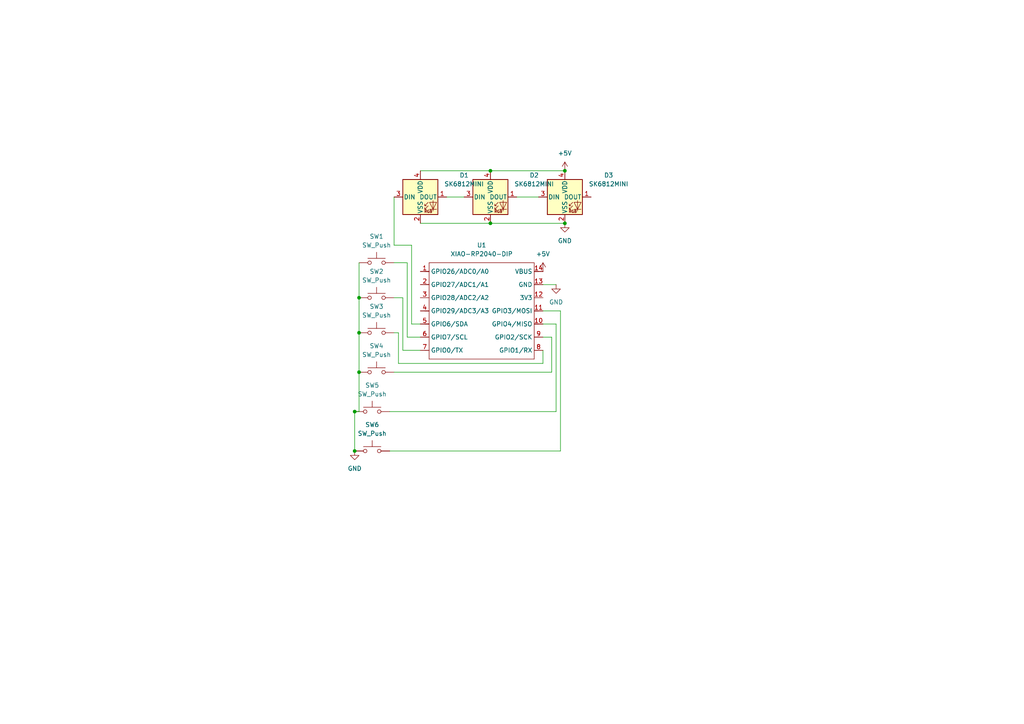
<source format=kicad_sch>
(kicad_sch
	(version 20231120)
	(generator "eeschema")
	(generator_version "8.0")
	(uuid "e4f74ced-f8ba-4838-917b-bfddf8be964c")
	(paper "A4")
	(lib_symbols
		(symbol "LED:SK6812MINI"
			(pin_names
				(offset 0.254)
			)
			(exclude_from_sim no)
			(in_bom yes)
			(on_board yes)
			(property "Reference" "D"
				(at 5.08 5.715 0)
				(effects
					(font
						(size 1.27 1.27)
					)
					(justify right bottom)
				)
			)
			(property "Value" "SK6812MINI"
				(at 1.27 -5.715 0)
				(effects
					(font
						(size 1.27 1.27)
					)
					(justify left top)
				)
			)
			(property "Footprint" "LED_SMD:LED_SK6812MINI_PLCC4_3.5x3.5mm_P1.75mm"
				(at 1.27 -7.62 0)
				(effects
					(font
						(size 1.27 1.27)
					)
					(justify left top)
					(hide yes)
				)
			)
			(property "Datasheet" "https://cdn-shop.adafruit.com/product-files/2686/SK6812MINI_REV.01-1-2.pdf"
				(at 2.54 -9.525 0)
				(effects
					(font
						(size 1.27 1.27)
					)
					(justify left top)
					(hide yes)
				)
			)
			(property "Description" "RGB LED with integrated controller"
				(at 0 0 0)
				(effects
					(font
						(size 1.27 1.27)
					)
					(hide yes)
				)
			)
			(property "ki_keywords" "RGB LED NeoPixel Mini addressable"
				(at 0 0 0)
				(effects
					(font
						(size 1.27 1.27)
					)
					(hide yes)
				)
			)
			(property "ki_fp_filters" "LED*SK6812MINI*PLCC*3.5x3.5mm*P1.75mm*"
				(at 0 0 0)
				(effects
					(font
						(size 1.27 1.27)
					)
					(hide yes)
				)
			)
			(symbol "SK6812MINI_0_0"
				(text "RGB"
					(at 2.286 -4.191 0)
					(effects
						(font
							(size 0.762 0.762)
						)
					)
				)
			)
			(symbol "SK6812MINI_0_1"
				(polyline
					(pts
						(xy 1.27 -3.556) (xy 1.778 -3.556)
					)
					(stroke
						(width 0)
						(type default)
					)
					(fill
						(type none)
					)
				)
				(polyline
					(pts
						(xy 1.27 -2.54) (xy 1.778 -2.54)
					)
					(stroke
						(width 0)
						(type default)
					)
					(fill
						(type none)
					)
				)
				(polyline
					(pts
						(xy 4.699 -3.556) (xy 2.667 -3.556)
					)
					(stroke
						(width 0)
						(type default)
					)
					(fill
						(type none)
					)
				)
				(polyline
					(pts
						(xy 2.286 -2.54) (xy 1.27 -3.556) (xy 1.27 -3.048)
					)
					(stroke
						(width 0)
						(type default)
					)
					(fill
						(type none)
					)
				)
				(polyline
					(pts
						(xy 2.286 -1.524) (xy 1.27 -2.54) (xy 1.27 -2.032)
					)
					(stroke
						(width 0)
						(type default)
					)
					(fill
						(type none)
					)
				)
				(polyline
					(pts
						(xy 3.683 -1.016) (xy 3.683 -3.556) (xy 3.683 -4.064)
					)
					(stroke
						(width 0)
						(type default)
					)
					(fill
						(type none)
					)
				)
				(polyline
					(pts
						(xy 4.699 -1.524) (xy 2.667 -1.524) (xy 3.683 -3.556) (xy 4.699 -1.524)
					)
					(stroke
						(width 0)
						(type default)
					)
					(fill
						(type none)
					)
				)
				(rectangle
					(start 5.08 5.08)
					(end -5.08 -5.08)
					(stroke
						(width 0.254)
						(type default)
					)
					(fill
						(type background)
					)
				)
			)
			(symbol "SK6812MINI_1_1"
				(pin output line
					(at 7.62 0 180)
					(length 2.54)
					(name "DOUT"
						(effects
							(font
								(size 1.27 1.27)
							)
						)
					)
					(number "1"
						(effects
							(font
								(size 1.27 1.27)
							)
						)
					)
				)
				(pin power_in line
					(at 0 -7.62 90)
					(length 2.54)
					(name "VSS"
						(effects
							(font
								(size 1.27 1.27)
							)
						)
					)
					(number "2"
						(effects
							(font
								(size 1.27 1.27)
							)
						)
					)
				)
				(pin input line
					(at -7.62 0 0)
					(length 2.54)
					(name "DIN"
						(effects
							(font
								(size 1.27 1.27)
							)
						)
					)
					(number "3"
						(effects
							(font
								(size 1.27 1.27)
							)
						)
					)
				)
				(pin power_in line
					(at 0 7.62 270)
					(length 2.54)
					(name "VDD"
						(effects
							(font
								(size 1.27 1.27)
							)
						)
					)
					(number "4"
						(effects
							(font
								(size 1.27 1.27)
							)
						)
					)
				)
			)
		)
		(symbol "OPL:XIAO-RP2040-DIP"
			(exclude_from_sim no)
			(in_bom yes)
			(on_board yes)
			(property "Reference" "U"
				(at 0 0 0)
				(effects
					(font
						(size 1.27 1.27)
					)
				)
			)
			(property "Value" "XIAO-RP2040-DIP"
				(at 5.334 -1.778 0)
				(effects
					(font
						(size 1.27 1.27)
					)
				)
			)
			(property "Footprint" "Module:MOUDLE14P-XIAO-DIP-SMD"
				(at 14.478 -32.258 0)
				(effects
					(font
						(size 1.27 1.27)
					)
					(hide yes)
				)
			)
			(property "Datasheet" ""
				(at 0 0 0)
				(effects
					(font
						(size 1.27 1.27)
					)
					(hide yes)
				)
			)
			(property "Description" ""
				(at 0 0 0)
				(effects
					(font
						(size 1.27 1.27)
					)
					(hide yes)
				)
			)
			(symbol "XIAO-RP2040-DIP_1_0"
				(polyline
					(pts
						(xy -1.27 -30.48) (xy -1.27 -16.51)
					)
					(stroke
						(width 0.1524)
						(type solid)
					)
					(fill
						(type none)
					)
				)
				(polyline
					(pts
						(xy -1.27 -27.94) (xy -2.54 -27.94)
					)
					(stroke
						(width 0.1524)
						(type solid)
					)
					(fill
						(type none)
					)
				)
				(polyline
					(pts
						(xy -1.27 -24.13) (xy -2.54 -24.13)
					)
					(stroke
						(width 0.1524)
						(type solid)
					)
					(fill
						(type none)
					)
				)
				(polyline
					(pts
						(xy -1.27 -20.32) (xy -2.54 -20.32)
					)
					(stroke
						(width 0.1524)
						(type solid)
					)
					(fill
						(type none)
					)
				)
				(polyline
					(pts
						(xy -1.27 -16.51) (xy -2.54 -16.51)
					)
					(stroke
						(width 0.1524)
						(type solid)
					)
					(fill
						(type none)
					)
				)
				(polyline
					(pts
						(xy -1.27 -16.51) (xy -1.27 -12.7)
					)
					(stroke
						(width 0.1524)
						(type solid)
					)
					(fill
						(type none)
					)
				)
				(polyline
					(pts
						(xy -1.27 -12.7) (xy -2.54 -12.7)
					)
					(stroke
						(width 0.1524)
						(type solid)
					)
					(fill
						(type none)
					)
				)
				(polyline
					(pts
						(xy -1.27 -12.7) (xy -1.27 -8.89)
					)
					(stroke
						(width 0.1524)
						(type solid)
					)
					(fill
						(type none)
					)
				)
				(polyline
					(pts
						(xy -1.27 -8.89) (xy -2.54 -8.89)
					)
					(stroke
						(width 0.1524)
						(type solid)
					)
					(fill
						(type none)
					)
				)
				(polyline
					(pts
						(xy -1.27 -8.89) (xy -1.27 -5.08)
					)
					(stroke
						(width 0.1524)
						(type solid)
					)
					(fill
						(type none)
					)
				)
				(polyline
					(pts
						(xy -1.27 -5.08) (xy -2.54 -5.08)
					)
					(stroke
						(width 0.1524)
						(type solid)
					)
					(fill
						(type none)
					)
				)
				(polyline
					(pts
						(xy -1.27 -5.08) (xy -1.27 -2.54)
					)
					(stroke
						(width 0.1524)
						(type solid)
					)
					(fill
						(type none)
					)
				)
				(polyline
					(pts
						(xy -1.27 -2.54) (xy 29.21 -2.54)
					)
					(stroke
						(width 0.1524)
						(type solid)
					)
					(fill
						(type none)
					)
				)
				(polyline
					(pts
						(xy 29.21 -30.48) (xy -1.27 -30.48)
					)
					(stroke
						(width 0.1524)
						(type solid)
					)
					(fill
						(type none)
					)
				)
				(polyline
					(pts
						(xy 29.21 -12.7) (xy 29.21 -30.48)
					)
					(stroke
						(width 0.1524)
						(type solid)
					)
					(fill
						(type none)
					)
				)
				(polyline
					(pts
						(xy 29.21 -8.89) (xy 29.21 -12.7)
					)
					(stroke
						(width 0.1524)
						(type solid)
					)
					(fill
						(type none)
					)
				)
				(polyline
					(pts
						(xy 29.21 -5.08) (xy 29.21 -8.89)
					)
					(stroke
						(width 0.1524)
						(type solid)
					)
					(fill
						(type none)
					)
				)
				(polyline
					(pts
						(xy 29.21 -2.54) (xy 29.21 -5.08)
					)
					(stroke
						(width 0.1524)
						(type solid)
					)
					(fill
						(type none)
					)
				)
				(polyline
					(pts
						(xy 30.48 -27.94) (xy 29.21 -27.94)
					)
					(stroke
						(width 0.1524)
						(type solid)
					)
					(fill
						(type none)
					)
				)
				(polyline
					(pts
						(xy 30.48 -24.13) (xy 29.21 -24.13)
					)
					(stroke
						(width 0.1524)
						(type solid)
					)
					(fill
						(type none)
					)
				)
				(polyline
					(pts
						(xy 30.48 -20.32) (xy 29.21 -20.32)
					)
					(stroke
						(width 0.1524)
						(type solid)
					)
					(fill
						(type none)
					)
				)
				(polyline
					(pts
						(xy 30.48 -16.51) (xy 29.21 -16.51)
					)
					(stroke
						(width 0.1524)
						(type solid)
					)
					(fill
						(type none)
					)
				)
				(polyline
					(pts
						(xy 30.48 -12.7) (xy 29.21 -12.7)
					)
					(stroke
						(width 0.1524)
						(type solid)
					)
					(fill
						(type none)
					)
				)
				(polyline
					(pts
						(xy 30.48 -8.89) (xy 29.21 -8.89)
					)
					(stroke
						(width 0.1524)
						(type solid)
					)
					(fill
						(type none)
					)
				)
				(polyline
					(pts
						(xy 30.48 -5.08) (xy 29.21 -5.08)
					)
					(stroke
						(width 0.1524)
						(type solid)
					)
					(fill
						(type none)
					)
				)
				(pin passive line
					(at -3.81 -5.08 0)
					(length 2.54)
					(name "GPIO26/ADC0/A0"
						(effects
							(font
								(size 1.27 1.27)
							)
						)
					)
					(number "1"
						(effects
							(font
								(size 1.27 1.27)
							)
						)
					)
				)
				(pin passive line
					(at 31.75 -20.32 180)
					(length 2.54)
					(name "GPIO4/MISO"
						(effects
							(font
								(size 1.27 1.27)
							)
						)
					)
					(number "10"
						(effects
							(font
								(size 1.27 1.27)
							)
						)
					)
				)
				(pin passive line
					(at 31.75 -16.51 180)
					(length 2.54)
					(name "GPIO3/MOSI"
						(effects
							(font
								(size 1.27 1.27)
							)
						)
					)
					(number "11"
						(effects
							(font
								(size 1.27 1.27)
							)
						)
					)
				)
				(pin passive line
					(at 31.75 -12.7 180)
					(length 2.54)
					(name "3V3"
						(effects
							(font
								(size 1.27 1.27)
							)
						)
					)
					(number "12"
						(effects
							(font
								(size 1.27 1.27)
							)
						)
					)
				)
				(pin passive line
					(at 31.75 -8.89 180)
					(length 2.54)
					(name "GND"
						(effects
							(font
								(size 1.27 1.27)
							)
						)
					)
					(number "13"
						(effects
							(font
								(size 1.27 1.27)
							)
						)
					)
				)
				(pin passive line
					(at 31.75 -5.08 180)
					(length 2.54)
					(name "VBUS"
						(effects
							(font
								(size 1.27 1.27)
							)
						)
					)
					(number "14"
						(effects
							(font
								(size 1.27 1.27)
							)
						)
					)
				)
				(pin passive line
					(at -3.81 -8.89 0)
					(length 2.54)
					(name "GPIO27/ADC1/A1"
						(effects
							(font
								(size 1.27 1.27)
							)
						)
					)
					(number "2"
						(effects
							(font
								(size 1.27 1.27)
							)
						)
					)
				)
				(pin passive line
					(at -3.81 -12.7 0)
					(length 2.54)
					(name "GPIO28/ADC2/A2"
						(effects
							(font
								(size 1.27 1.27)
							)
						)
					)
					(number "3"
						(effects
							(font
								(size 1.27 1.27)
							)
						)
					)
				)
				(pin passive line
					(at -3.81 -16.51 0)
					(length 2.54)
					(name "GPIO29/ADC3/A3"
						(effects
							(font
								(size 1.27 1.27)
							)
						)
					)
					(number "4"
						(effects
							(font
								(size 1.27 1.27)
							)
						)
					)
				)
				(pin passive line
					(at -3.81 -20.32 0)
					(length 2.54)
					(name "GPIO6/SDA"
						(effects
							(font
								(size 1.27 1.27)
							)
						)
					)
					(number "5"
						(effects
							(font
								(size 1.27 1.27)
							)
						)
					)
				)
				(pin passive line
					(at -3.81 -24.13 0)
					(length 2.54)
					(name "GPIO7/SCL"
						(effects
							(font
								(size 1.27 1.27)
							)
						)
					)
					(number "6"
						(effects
							(font
								(size 1.27 1.27)
							)
						)
					)
				)
				(pin passive line
					(at -3.81 -27.94 0)
					(length 2.54)
					(name "GPIO0/TX"
						(effects
							(font
								(size 1.27 1.27)
							)
						)
					)
					(number "7"
						(effects
							(font
								(size 1.27 1.27)
							)
						)
					)
				)
				(pin passive line
					(at 31.75 -27.94 180)
					(length 2.54)
					(name "GPIO1/RX"
						(effects
							(font
								(size 1.27 1.27)
							)
						)
					)
					(number "8"
						(effects
							(font
								(size 1.27 1.27)
							)
						)
					)
				)
				(pin passive line
					(at 31.75 -24.13 180)
					(length 2.54)
					(name "GPIO2/SCK"
						(effects
							(font
								(size 1.27 1.27)
							)
						)
					)
					(number "9"
						(effects
							(font
								(size 1.27 1.27)
							)
						)
					)
				)
			)
		)
		(symbol "Switch:SW_Push"
			(pin_numbers hide)
			(pin_names
				(offset 1.016) hide)
			(exclude_from_sim no)
			(in_bom yes)
			(on_board yes)
			(property "Reference" "SW"
				(at 1.27 2.54 0)
				(effects
					(font
						(size 1.27 1.27)
					)
					(justify left)
				)
			)
			(property "Value" "SW_Push"
				(at 0 -1.524 0)
				(effects
					(font
						(size 1.27 1.27)
					)
				)
			)
			(property "Footprint" ""
				(at 0 5.08 0)
				(effects
					(font
						(size 1.27 1.27)
					)
					(hide yes)
				)
			)
			(property "Datasheet" "~"
				(at 0 5.08 0)
				(effects
					(font
						(size 1.27 1.27)
					)
					(hide yes)
				)
			)
			(property "Description" "Push button switch, generic, two pins"
				(at 0 0 0)
				(effects
					(font
						(size 1.27 1.27)
					)
					(hide yes)
				)
			)
			(property "ki_keywords" "switch normally-open pushbutton push-button"
				(at 0 0 0)
				(effects
					(font
						(size 1.27 1.27)
					)
					(hide yes)
				)
			)
			(symbol "SW_Push_0_1"
				(circle
					(center -2.032 0)
					(radius 0.508)
					(stroke
						(width 0)
						(type default)
					)
					(fill
						(type none)
					)
				)
				(polyline
					(pts
						(xy 0 1.27) (xy 0 3.048)
					)
					(stroke
						(width 0)
						(type default)
					)
					(fill
						(type none)
					)
				)
				(polyline
					(pts
						(xy 2.54 1.27) (xy -2.54 1.27)
					)
					(stroke
						(width 0)
						(type default)
					)
					(fill
						(type none)
					)
				)
				(circle
					(center 2.032 0)
					(radius 0.508)
					(stroke
						(width 0)
						(type default)
					)
					(fill
						(type none)
					)
				)
				(pin passive line
					(at -5.08 0 0)
					(length 2.54)
					(name "1"
						(effects
							(font
								(size 1.27 1.27)
							)
						)
					)
					(number "1"
						(effects
							(font
								(size 1.27 1.27)
							)
						)
					)
				)
				(pin passive line
					(at 5.08 0 180)
					(length 2.54)
					(name "2"
						(effects
							(font
								(size 1.27 1.27)
							)
						)
					)
					(number "2"
						(effects
							(font
								(size 1.27 1.27)
							)
						)
					)
				)
			)
		)
		(symbol "power:+5V"
			(power)
			(pin_numbers hide)
			(pin_names
				(offset 0) hide)
			(exclude_from_sim no)
			(in_bom yes)
			(on_board yes)
			(property "Reference" "#PWR"
				(at 0 -3.81 0)
				(effects
					(font
						(size 1.27 1.27)
					)
					(hide yes)
				)
			)
			(property "Value" "+5V"
				(at 0 3.556 0)
				(effects
					(font
						(size 1.27 1.27)
					)
				)
			)
			(property "Footprint" ""
				(at 0 0 0)
				(effects
					(font
						(size 1.27 1.27)
					)
					(hide yes)
				)
			)
			(property "Datasheet" ""
				(at 0 0 0)
				(effects
					(font
						(size 1.27 1.27)
					)
					(hide yes)
				)
			)
			(property "Description" "Power symbol creates a global label with name \"+5V\""
				(at 0 0 0)
				(effects
					(font
						(size 1.27 1.27)
					)
					(hide yes)
				)
			)
			(property "ki_keywords" "global power"
				(at 0 0 0)
				(effects
					(font
						(size 1.27 1.27)
					)
					(hide yes)
				)
			)
			(symbol "+5V_0_1"
				(polyline
					(pts
						(xy -0.762 1.27) (xy 0 2.54)
					)
					(stroke
						(width 0)
						(type default)
					)
					(fill
						(type none)
					)
				)
				(polyline
					(pts
						(xy 0 0) (xy 0 2.54)
					)
					(stroke
						(width 0)
						(type default)
					)
					(fill
						(type none)
					)
				)
				(polyline
					(pts
						(xy 0 2.54) (xy 0.762 1.27)
					)
					(stroke
						(width 0)
						(type default)
					)
					(fill
						(type none)
					)
				)
			)
			(symbol "+5V_1_1"
				(pin power_in line
					(at 0 0 90)
					(length 0)
					(name "~"
						(effects
							(font
								(size 1.27 1.27)
							)
						)
					)
					(number "1"
						(effects
							(font
								(size 1.27 1.27)
							)
						)
					)
				)
			)
		)
		(symbol "power:GND"
			(power)
			(pin_numbers hide)
			(pin_names
				(offset 0) hide)
			(exclude_from_sim no)
			(in_bom yes)
			(on_board yes)
			(property "Reference" "#PWR"
				(at 0 -6.35 0)
				(effects
					(font
						(size 1.27 1.27)
					)
					(hide yes)
				)
			)
			(property "Value" "GND"
				(at 0 -3.81 0)
				(effects
					(font
						(size 1.27 1.27)
					)
				)
			)
			(property "Footprint" ""
				(at 0 0 0)
				(effects
					(font
						(size 1.27 1.27)
					)
					(hide yes)
				)
			)
			(property "Datasheet" ""
				(at 0 0 0)
				(effects
					(font
						(size 1.27 1.27)
					)
					(hide yes)
				)
			)
			(property "Description" "Power symbol creates a global label with name \"GND\" , ground"
				(at 0 0 0)
				(effects
					(font
						(size 1.27 1.27)
					)
					(hide yes)
				)
			)
			(property "ki_keywords" "global power"
				(at 0 0 0)
				(effects
					(font
						(size 1.27 1.27)
					)
					(hide yes)
				)
			)
			(symbol "GND_0_1"
				(polyline
					(pts
						(xy 0 0) (xy 0 -1.27) (xy 1.27 -1.27) (xy 0 -2.54) (xy -1.27 -1.27) (xy 0 -1.27)
					)
					(stroke
						(width 0)
						(type default)
					)
					(fill
						(type none)
					)
				)
			)
			(symbol "GND_1_1"
				(pin power_in line
					(at 0 0 270)
					(length 0)
					(name "~"
						(effects
							(font
								(size 1.27 1.27)
							)
						)
					)
					(number "1"
						(effects
							(font
								(size 1.27 1.27)
							)
						)
					)
				)
			)
		)
	)
	(junction
		(at 102.87 130.81)
		(diameter 0)
		(color 0 0 0 0)
		(uuid "3b9d781f-dd13-49da-b8e1-e7a18290370f")
	)
	(junction
		(at 104.14 107.95)
		(diameter 0)
		(color 0 0 0 0)
		(uuid "6e1bedb2-a8e2-463e-b6dd-15371092bb0c")
	)
	(junction
		(at 142.24 49.53)
		(diameter 0)
		(color 0 0 0 0)
		(uuid "6ea09511-c580-40a7-ab4f-ee0f4131c591")
	)
	(junction
		(at 163.83 49.53)
		(diameter 0)
		(color 0 0 0 0)
		(uuid "76688cda-9262-4689-891b-dfe17b2703d9")
	)
	(junction
		(at 104.14 96.52)
		(diameter 0)
		(color 0 0 0 0)
		(uuid "7dc5ad91-737c-43c7-8615-2eecc010c1a3")
	)
	(junction
		(at 104.14 86.36)
		(diameter 0)
		(color 0 0 0 0)
		(uuid "88c12b33-aa15-4146-80fd-6b0967318245")
	)
	(junction
		(at 142.24 64.77)
		(diameter 0)
		(color 0 0 0 0)
		(uuid "bb9690df-e544-4cbd-81e5-d36518f7e9f5")
	)
	(junction
		(at 163.83 64.77)
		(diameter 0)
		(color 0 0 0 0)
		(uuid "c71c3c49-da01-4fe4-a6b3-350d50eaeca7")
	)
	(junction
		(at 102.87 119.38)
		(diameter 0)
		(color 0 0 0 0)
		(uuid "d220ab45-95af-4b73-93fc-fbe48f7afd2e")
	)
	(wire
		(pts
			(xy 162.56 90.17) (xy 157.48 90.17)
		)
		(stroke
			(width 0)
			(type default)
		)
		(uuid "03ea6c6e-0789-403c-927d-3aa025edaeea")
	)
	(wire
		(pts
			(xy 121.92 64.77) (xy 142.24 64.77)
		)
		(stroke
			(width 0)
			(type default)
		)
		(uuid "0a5436f2-91d6-4794-9915-b0493684fdc7")
	)
	(wire
		(pts
			(xy 121.92 49.53) (xy 142.24 49.53)
		)
		(stroke
			(width 0)
			(type default)
		)
		(uuid "1206938c-7d57-4ecd-ba58-4d5dc7b79e17")
	)
	(wire
		(pts
			(xy 114.3 107.95) (xy 160.02 107.95)
		)
		(stroke
			(width 0)
			(type default)
		)
		(uuid "1782d2b3-ac7a-400e-bde2-ebe06e2897e2")
	)
	(wire
		(pts
			(xy 114.3 57.15) (xy 114.3 71.12)
		)
		(stroke
			(width 0)
			(type default)
		)
		(uuid "1d8a7a8d-889a-45d6-9482-9b137250c7d8")
	)
	(wire
		(pts
			(xy 104.14 76.2) (xy 104.14 86.36)
		)
		(stroke
			(width 0)
			(type default)
		)
		(uuid "309899f9-247b-40db-9473-fbd4af6c0034")
	)
	(wire
		(pts
			(xy 113.03 119.38) (xy 161.29 119.38)
		)
		(stroke
			(width 0)
			(type default)
		)
		(uuid "311ebbbc-c4b8-4359-bf59-d6a4e16da0c3")
	)
	(wire
		(pts
			(xy 104.14 119.38) (xy 102.87 119.38)
		)
		(stroke
			(width 0)
			(type default)
		)
		(uuid "335c0e05-c1ae-4710-b40a-1f2c8ae8e117")
	)
	(wire
		(pts
			(xy 149.86 57.15) (xy 156.21 57.15)
		)
		(stroke
			(width 0)
			(type default)
		)
		(uuid "396e64c3-a728-4560-b89f-ff4daf86b3c5")
	)
	(wire
		(pts
			(xy 119.38 71.12) (xy 119.38 93.98)
		)
		(stroke
			(width 0)
			(type default)
		)
		(uuid "40a34e27-3feb-4ec8-b9f1-aa2c11232b12")
	)
	(wire
		(pts
			(xy 119.38 93.98) (xy 121.92 93.98)
		)
		(stroke
			(width 0)
			(type default)
		)
		(uuid "4c68e85a-6bca-4237-9196-193d271c4b53")
	)
	(wire
		(pts
			(xy 129.54 57.15) (xy 134.62 57.15)
		)
		(stroke
			(width 0)
			(type default)
		)
		(uuid "4f6f391c-6d8a-433f-9b03-c3527aa02b12")
	)
	(wire
		(pts
			(xy 161.29 119.38) (xy 161.29 93.98)
		)
		(stroke
			(width 0)
			(type default)
		)
		(uuid "5e808661-5cba-4bff-bea1-334f63bcfd4b")
	)
	(wire
		(pts
			(xy 160.02 97.79) (xy 157.48 97.79)
		)
		(stroke
			(width 0)
			(type default)
		)
		(uuid "600f4285-4506-4240-9157-bbea29658e24")
	)
	(wire
		(pts
			(xy 161.29 93.98) (xy 157.48 93.98)
		)
		(stroke
			(width 0)
			(type default)
		)
		(uuid "62d83053-674b-470a-a399-347b70dfa67f")
	)
	(wire
		(pts
			(xy 116.84 101.6) (xy 121.92 101.6)
		)
		(stroke
			(width 0)
			(type default)
		)
		(uuid "670ee950-7061-4a6c-8edb-a6629e305569")
	)
	(wire
		(pts
			(xy 115.57 96.52) (xy 115.57 105.41)
		)
		(stroke
			(width 0)
			(type default)
		)
		(uuid "6d594769-3418-4613-9b07-cde0ca6ec41e")
	)
	(wire
		(pts
			(xy 118.11 97.79) (xy 121.92 97.79)
		)
		(stroke
			(width 0)
			(type default)
		)
		(uuid "709a1bc0-e70c-4981-86b2-48b5824b9ae2")
	)
	(wire
		(pts
			(xy 104.14 96.52) (xy 104.14 107.95)
		)
		(stroke
			(width 0)
			(type default)
		)
		(uuid "71ba2ca5-fc0c-45cd-90ee-657a43ea7863")
	)
	(wire
		(pts
			(xy 114.3 71.12) (xy 119.38 71.12)
		)
		(stroke
			(width 0)
			(type default)
		)
		(uuid "73899528-bbd5-4eb3-a246-902a1ab3debe")
	)
	(wire
		(pts
			(xy 114.3 96.52) (xy 115.57 96.52)
		)
		(stroke
			(width 0)
			(type default)
		)
		(uuid "7a107206-3632-4ead-954c-c0c16fb7c30d")
	)
	(wire
		(pts
			(xy 142.24 64.77) (xy 163.83 64.77)
		)
		(stroke
			(width 0)
			(type default)
		)
		(uuid "8ac454a0-04ca-4bd4-9b42-86a207156be3")
	)
	(wire
		(pts
			(xy 116.84 86.36) (xy 116.84 101.6)
		)
		(stroke
			(width 0)
			(type default)
		)
		(uuid "8ad8e561-5b1a-425e-b36b-f1fb65144393")
	)
	(wire
		(pts
			(xy 118.11 76.2) (xy 118.11 97.79)
		)
		(stroke
			(width 0)
			(type default)
		)
		(uuid "92e457b6-14fc-4fff-a064-d63a5d0b7cd9")
	)
	(wire
		(pts
			(xy 142.24 49.53) (xy 163.83 49.53)
		)
		(stroke
			(width 0)
			(type default)
		)
		(uuid "9d09d6ed-2fc4-4de9-87a7-cd901ae7ec74")
	)
	(wire
		(pts
			(xy 115.57 105.41) (xy 157.48 105.41)
		)
		(stroke
			(width 0)
			(type default)
		)
		(uuid "a4acc895-4c16-487a-b5a7-059bebecf23b")
	)
	(wire
		(pts
			(xy 114.3 86.36) (xy 116.84 86.36)
		)
		(stroke
			(width 0)
			(type default)
		)
		(uuid "a61b4496-1b02-4877-8888-7f3466e591cd")
	)
	(wire
		(pts
			(xy 160.02 107.95) (xy 160.02 97.79)
		)
		(stroke
			(width 0)
			(type default)
		)
		(uuid "a6a35b97-da65-4e52-9048-87a823663bb4")
	)
	(wire
		(pts
			(xy 157.48 105.41) (xy 157.48 101.6)
		)
		(stroke
			(width 0)
			(type default)
		)
		(uuid "ac2c0919-7a3e-4497-8571-43ac367ffc77")
	)
	(wire
		(pts
			(xy 102.87 119.38) (xy 102.87 130.81)
		)
		(stroke
			(width 0)
			(type default)
		)
		(uuid "bdfa042a-c7e4-4d26-8b5e-b42c3fc67a01")
	)
	(wire
		(pts
			(xy 161.29 82.55) (xy 157.48 82.55)
		)
		(stroke
			(width 0)
			(type default)
		)
		(uuid "bf31c83a-721d-4d7c-b42e-84305a74c57e")
	)
	(wire
		(pts
			(xy 114.3 76.2) (xy 118.11 76.2)
		)
		(stroke
			(width 0)
			(type default)
		)
		(uuid "c2c3fd38-0853-4910-91cc-ea73c701a50f")
	)
	(wire
		(pts
			(xy 104.14 86.36) (xy 104.14 96.52)
		)
		(stroke
			(width 0)
			(type default)
		)
		(uuid "d14d23e3-c0d6-4a2a-b4c8-e85cb840b74e")
	)
	(wire
		(pts
			(xy 104.14 107.95) (xy 104.14 119.38)
		)
		(stroke
			(width 0)
			(type default)
		)
		(uuid "e33d87db-dbb7-4b36-b14a-ed399f77aa81")
	)
	(wire
		(pts
			(xy 113.03 130.81) (xy 162.56 130.81)
		)
		(stroke
			(width 0)
			(type default)
		)
		(uuid "ee549c24-5625-479a-b8a2-1166b30ab7d3")
	)
	(wire
		(pts
			(xy 162.56 130.81) (xy 162.56 90.17)
		)
		(stroke
			(width 0)
			(type default)
		)
		(uuid "f7c6992c-6c4f-44ac-9e08-c39f39f1771e")
	)
	(symbol
		(lib_id "Switch:SW_Push")
		(at 109.22 76.2 0)
		(unit 1)
		(exclude_from_sim no)
		(in_bom yes)
		(on_board yes)
		(dnp no)
		(fields_autoplaced yes)
		(uuid "0504aced-e61d-4664-b42d-0a678da3da97")
		(property "Reference" "SW1"
			(at 109.22 68.58 0)
			(effects
				(font
					(size 1.27 1.27)
				)
			)
		)
		(property "Value" "SW_Push"
			(at 109.22 71.12 0)
			(effects
				(font
					(size 1.27 1.27)
				)
			)
		)
		(property "Footprint" "Button_Switch_Keyboard:SW_Cherry_MX_1.00u_PCB"
			(at 109.22 71.12 0)
			(effects
				(font
					(size 1.27 1.27)
				)
				(hide yes)
			)
		)
		(property "Datasheet" "~"
			(at 109.22 71.12 0)
			(effects
				(font
					(size 1.27 1.27)
				)
				(hide yes)
			)
		)
		(property "Description" "Push button switch, generic, two pins"
			(at 109.22 76.2 0)
			(effects
				(font
					(size 1.27 1.27)
				)
				(hide yes)
			)
		)
		(pin "1"
			(uuid "0e5eb961-d606-4a14-b471-fbcdb19177b6")
		)
		(pin "2"
			(uuid "614cc10f-2cdd-4aad-b55e-bf1bc2231928")
		)
		(instances
			(project ""
				(path "/e4f74ced-f8ba-4838-917b-bfddf8be964c"
					(reference "SW1")
					(unit 1)
				)
			)
		)
	)
	(symbol
		(lib_id "Switch:SW_Push")
		(at 109.22 107.95 0)
		(unit 1)
		(exclude_from_sim no)
		(in_bom yes)
		(on_board yes)
		(dnp no)
		(fields_autoplaced yes)
		(uuid "07bce553-080b-4287-9fed-707344d89a45")
		(property "Reference" "SW4"
			(at 109.22 100.33 0)
			(effects
				(font
					(size 1.27 1.27)
				)
			)
		)
		(property "Value" "SW_Push"
			(at 109.22 102.87 0)
			(effects
				(font
					(size 1.27 1.27)
				)
			)
		)
		(property "Footprint" "Button_Switch_Keyboard:SW_Cherry_MX_1.00u_PCB"
			(at 109.22 102.87 0)
			(effects
				(font
					(size 1.27 1.27)
				)
				(hide yes)
			)
		)
		(property "Datasheet" "~"
			(at 109.22 102.87 0)
			(effects
				(font
					(size 1.27 1.27)
				)
				(hide yes)
			)
		)
		(property "Description" "Push button switch, generic, two pins"
			(at 109.22 107.95 0)
			(effects
				(font
					(size 1.27 1.27)
				)
				(hide yes)
			)
		)
		(pin "1"
			(uuid "cb2d7f0c-2d40-4d22-92dd-47ce9df6520e")
		)
		(pin "2"
			(uuid "82af7123-4e16-4e4b-a8b1-19a15ee833f8")
		)
		(instances
			(project ""
				(path "/e4f74ced-f8ba-4838-917b-bfddf8be964c"
					(reference "SW4")
					(unit 1)
				)
			)
		)
	)
	(symbol
		(lib_id "power:+5V")
		(at 157.48 78.74 0)
		(unit 1)
		(exclude_from_sim no)
		(in_bom yes)
		(on_board yes)
		(dnp no)
		(fields_autoplaced yes)
		(uuid "07c4baf2-ea5e-4f9e-ada9-54a7a90a60fd")
		(property "Reference" "#PWR04"
			(at 157.48 82.55 0)
			(effects
				(font
					(size 1.27 1.27)
				)
				(hide yes)
			)
		)
		(property "Value" "+5V"
			(at 157.48 73.66 0)
			(effects
				(font
					(size 1.27 1.27)
				)
			)
		)
		(property "Footprint" ""
			(at 157.48 78.74 0)
			(effects
				(font
					(size 1.27 1.27)
				)
				(hide yes)
			)
		)
		(property "Datasheet" ""
			(at 157.48 78.74 0)
			(effects
				(font
					(size 1.27 1.27)
				)
				(hide yes)
			)
		)
		(property "Description" "Power symbol creates a global label with name \"+5V\""
			(at 157.48 78.74 0)
			(effects
				(font
					(size 1.27 1.27)
				)
				(hide yes)
			)
		)
		(pin "1"
			(uuid "884b366e-8b42-4344-a3f4-aad8d7377adf")
		)
		(instances
			(project ""
				(path "/e4f74ced-f8ba-4838-917b-bfddf8be964c"
					(reference "#PWR04")
					(unit 1)
				)
			)
		)
	)
	(symbol
		(lib_id "power:GND")
		(at 161.29 82.55 0)
		(unit 1)
		(exclude_from_sim no)
		(in_bom yes)
		(on_board yes)
		(dnp no)
		(fields_autoplaced yes)
		(uuid "1652f979-1f09-4c1a-8db9-c772f67fe537")
		(property "Reference" "#PWR02"
			(at 161.29 88.9 0)
			(effects
				(font
					(size 1.27 1.27)
				)
				(hide yes)
			)
		)
		(property "Value" "GND"
			(at 161.29 87.63 0)
			(effects
				(font
					(size 1.27 1.27)
				)
			)
		)
		(property "Footprint" ""
			(at 161.29 82.55 0)
			(effects
				(font
					(size 1.27 1.27)
				)
				(hide yes)
			)
		)
		(property "Datasheet" ""
			(at 161.29 82.55 0)
			(effects
				(font
					(size 1.27 1.27)
				)
				(hide yes)
			)
		)
		(property "Description" "Power symbol creates a global label with name \"GND\" , ground"
			(at 161.29 82.55 0)
			(effects
				(font
					(size 1.27 1.27)
				)
				(hide yes)
			)
		)
		(pin "1"
			(uuid "e9124aa8-6ac0-4f9b-acbf-3f4e6647537f")
		)
		(instances
			(project ""
				(path "/e4f74ced-f8ba-4838-917b-bfddf8be964c"
					(reference "#PWR02")
					(unit 1)
				)
			)
		)
	)
	(symbol
		(lib_id "Switch:SW_Push")
		(at 107.95 130.81 0)
		(unit 1)
		(exclude_from_sim no)
		(in_bom yes)
		(on_board yes)
		(dnp no)
		(fields_autoplaced yes)
		(uuid "366408cf-19c2-4172-8e90-c52501cf34d3")
		(property "Reference" "SW6"
			(at 107.95 123.19 0)
			(effects
				(font
					(size 1.27 1.27)
				)
			)
		)
		(property "Value" "SW_Push"
			(at 107.95 125.73 0)
			(effects
				(font
					(size 1.27 1.27)
				)
			)
		)
		(property "Footprint" "Button_Switch_Keyboard:SW_Cherry_MX_1.00u_PCB"
			(at 107.95 125.73 0)
			(effects
				(font
					(size 1.27 1.27)
				)
				(hide yes)
			)
		)
		(property "Datasheet" "~"
			(at 107.95 125.73 0)
			(effects
				(font
					(size 1.27 1.27)
				)
				(hide yes)
			)
		)
		(property "Description" "Push button switch, generic, two pins"
			(at 107.95 130.81 0)
			(effects
				(font
					(size 1.27 1.27)
				)
				(hide yes)
			)
		)
		(pin "1"
			(uuid "ed0b7d2a-f9a4-4af0-a7bd-076dcddaf45a")
		)
		(pin "2"
			(uuid "c2b5a8a3-06f4-4dd0-b043-bff341b58db4")
		)
		(instances
			(project "Macropad"
				(path "/e4f74ced-f8ba-4838-917b-bfddf8be964c"
					(reference "SW6")
					(unit 1)
				)
			)
		)
	)
	(symbol
		(lib_id "LED:SK6812MINI")
		(at 121.92 57.15 0)
		(unit 1)
		(exclude_from_sim no)
		(in_bom yes)
		(on_board yes)
		(dnp no)
		(fields_autoplaced yes)
		(uuid "38ad3b27-3f02-4eaf-b637-303ff1ae6bcb")
		(property "Reference" "D1"
			(at 134.62 50.8314 0)
			(effects
				(font
					(size 1.27 1.27)
				)
			)
		)
		(property "Value" "SK6812MINI"
			(at 134.62 53.3714 0)
			(effects
				(font
					(size 1.27 1.27)
				)
			)
		)
		(property "Footprint" "LED_SMD:LED_SK6812MINI_PLCC4_3.5x3.5mm_P1.75mm"
			(at 123.19 64.77 0)
			(effects
				(font
					(size 1.27 1.27)
				)
				(justify left top)
				(hide yes)
			)
		)
		(property "Datasheet" "https://cdn-shop.adafruit.com/product-files/2686/SK6812MINI_REV.01-1-2.pdf"
			(at 124.46 66.675 0)
			(effects
				(font
					(size 1.27 1.27)
				)
				(justify left top)
				(hide yes)
			)
		)
		(property "Description" "RGB LED with integrated controller"
			(at 121.92 57.15 0)
			(effects
				(font
					(size 1.27 1.27)
				)
				(hide yes)
			)
		)
		(pin "2"
			(uuid "70b53240-9e61-45fa-b0d2-34396e79334a")
		)
		(pin "1"
			(uuid "e6c1fc52-e50c-4192-901e-0c841d110e89")
		)
		(pin "4"
			(uuid "c7d816d6-dc58-43a8-ac3f-3a9d19dd1055")
		)
		(pin "3"
			(uuid "04eb40dc-e786-4691-a50a-e2bebb43d934")
		)
		(instances
			(project ""
				(path "/e4f74ced-f8ba-4838-917b-bfddf8be964c"
					(reference "D1")
					(unit 1)
				)
			)
		)
	)
	(symbol
		(lib_id "Switch:SW_Push")
		(at 107.95 119.38 0)
		(unit 1)
		(exclude_from_sim no)
		(in_bom yes)
		(on_board yes)
		(dnp no)
		(fields_autoplaced yes)
		(uuid "4f918c18-e5be-4ccf-9cbf-8f1632f97b55")
		(property "Reference" "SW5"
			(at 107.95 111.76 0)
			(effects
				(font
					(size 1.27 1.27)
				)
			)
		)
		(property "Value" "SW_Push"
			(at 107.95 114.3 0)
			(effects
				(font
					(size 1.27 1.27)
				)
			)
		)
		(property "Footprint" "Button_Switch_Keyboard:SW_Cherry_MX_1.00u_PCB"
			(at 107.95 114.3 0)
			(effects
				(font
					(size 1.27 1.27)
				)
				(hide yes)
			)
		)
		(property "Datasheet" "~"
			(at 107.95 114.3 0)
			(effects
				(font
					(size 1.27 1.27)
				)
				(hide yes)
			)
		)
		(property "Description" "Push button switch, generic, two pins"
			(at 107.95 119.38 0)
			(effects
				(font
					(size 1.27 1.27)
				)
				(hide yes)
			)
		)
		(pin "1"
			(uuid "8b81be91-c422-4843-9cc1-2d05ca467df3")
		)
		(pin "2"
			(uuid "e521520c-8ec3-4c14-82c5-fed72433ea19")
		)
		(instances
			(project "Macropad"
				(path "/e4f74ced-f8ba-4838-917b-bfddf8be964c"
					(reference "SW5")
					(unit 1)
				)
			)
		)
	)
	(symbol
		(lib_id "Switch:SW_Push")
		(at 109.22 86.36 0)
		(unit 1)
		(exclude_from_sim no)
		(in_bom yes)
		(on_board yes)
		(dnp no)
		(fields_autoplaced yes)
		(uuid "6bbf23ad-5e0b-4f31-8e22-e61efc73a83b")
		(property "Reference" "SW2"
			(at 109.22 78.74 0)
			(effects
				(font
					(size 1.27 1.27)
				)
			)
		)
		(property "Value" "SW_Push"
			(at 109.22 81.28 0)
			(effects
				(font
					(size 1.27 1.27)
				)
			)
		)
		(property "Footprint" "Button_Switch_Keyboard:SW_Cherry_MX_1.00u_PCB"
			(at 109.22 81.28 0)
			(effects
				(font
					(size 1.27 1.27)
				)
				(hide yes)
			)
		)
		(property "Datasheet" "~"
			(at 109.22 81.28 0)
			(effects
				(font
					(size 1.27 1.27)
				)
				(hide yes)
			)
		)
		(property "Description" "Push button switch, generic, two pins"
			(at 109.22 86.36 0)
			(effects
				(font
					(size 1.27 1.27)
				)
				(hide yes)
			)
		)
		(pin "1"
			(uuid "2e4cdbf7-6698-440e-987c-4ed9d8beaac7")
		)
		(pin "2"
			(uuid "af1b9d7f-7414-48b5-a74a-562b3bc1511d")
		)
		(instances
			(project "Macropad"
				(path "/e4f74ced-f8ba-4838-917b-bfddf8be964c"
					(reference "SW2")
					(unit 1)
				)
			)
		)
	)
	(symbol
		(lib_id "LED:SK6812MINI")
		(at 163.83 57.15 0)
		(unit 1)
		(exclude_from_sim no)
		(in_bom yes)
		(on_board yes)
		(dnp no)
		(fields_autoplaced yes)
		(uuid "6ef045f5-aaa2-4ce5-940a-f1901d1be9a5")
		(property "Reference" "D3"
			(at 176.53 50.8314 0)
			(effects
				(font
					(size 1.27 1.27)
				)
			)
		)
		(property "Value" "SK6812MINI"
			(at 176.53 53.3714 0)
			(effects
				(font
					(size 1.27 1.27)
				)
			)
		)
		(property "Footprint" "LED_SMD:LED_SK6812MINI_PLCC4_3.5x3.5mm_P1.75mm"
			(at 165.1 64.77 0)
			(effects
				(font
					(size 1.27 1.27)
				)
				(justify left top)
				(hide yes)
			)
		)
		(property "Datasheet" "https://cdn-shop.adafruit.com/product-files/2686/SK6812MINI_REV.01-1-2.pdf"
			(at 166.37 66.675 0)
			(effects
				(font
					(size 1.27 1.27)
				)
				(justify left top)
				(hide yes)
			)
		)
		(property "Description" "RGB LED with integrated controller"
			(at 163.83 57.15 0)
			(effects
				(font
					(size 1.27 1.27)
				)
				(hide yes)
			)
		)
		(pin "2"
			(uuid "968cbfd4-db20-4c94-8af2-4290ee12ed92")
		)
		(pin "1"
			(uuid "90b2b655-fda5-4a8f-a7f8-b98998a681d8")
		)
		(pin "4"
			(uuid "37015488-ce5a-4b99-8cc2-ba5ce65c5aaa")
		)
		(pin "3"
			(uuid "4fa2e91b-d659-4ad9-8f97-336d7aa63ff2")
		)
		(instances
			(project "Macropad"
				(path "/e4f74ced-f8ba-4838-917b-bfddf8be964c"
					(reference "D3")
					(unit 1)
				)
			)
		)
	)
	(symbol
		(lib_id "power:GND")
		(at 163.83 64.77 0)
		(unit 1)
		(exclude_from_sim no)
		(in_bom yes)
		(on_board yes)
		(dnp no)
		(fields_autoplaced yes)
		(uuid "7f854297-3b34-42f6-b008-fd72565c172d")
		(property "Reference" "#PWR01"
			(at 163.83 71.12 0)
			(effects
				(font
					(size 1.27 1.27)
				)
				(hide yes)
			)
		)
		(property "Value" "GND"
			(at 163.83 69.85 0)
			(effects
				(font
					(size 1.27 1.27)
				)
			)
		)
		(property "Footprint" ""
			(at 163.83 64.77 0)
			(effects
				(font
					(size 1.27 1.27)
				)
				(hide yes)
			)
		)
		(property "Datasheet" ""
			(at 163.83 64.77 0)
			(effects
				(font
					(size 1.27 1.27)
				)
				(hide yes)
			)
		)
		(property "Description" "Power symbol creates a global label with name \"GND\" , ground"
			(at 163.83 64.77 0)
			(effects
				(font
					(size 1.27 1.27)
				)
				(hide yes)
			)
		)
		(pin "1"
			(uuid "167a589c-a0e0-4878-bdbd-aced2f35135d")
		)
		(instances
			(project ""
				(path "/e4f74ced-f8ba-4838-917b-bfddf8be964c"
					(reference "#PWR01")
					(unit 1)
				)
			)
		)
	)
	(symbol
		(lib_id "Switch:SW_Push")
		(at 109.22 96.52 0)
		(unit 1)
		(exclude_from_sim no)
		(in_bom yes)
		(on_board yes)
		(dnp no)
		(fields_autoplaced yes)
		(uuid "82aad166-9d44-469b-87de-1307b19a5db6")
		(property "Reference" "SW3"
			(at 109.22 88.9 0)
			(effects
				(font
					(size 1.27 1.27)
				)
			)
		)
		(property "Value" "SW_Push"
			(at 109.22 91.44 0)
			(effects
				(font
					(size 1.27 1.27)
				)
			)
		)
		(property "Footprint" "Button_Switch_Keyboard:SW_Cherry_MX_1.00u_PCB"
			(at 109.22 91.44 0)
			(effects
				(font
					(size 1.27 1.27)
				)
				(hide yes)
			)
		)
		(property "Datasheet" "~"
			(at 109.22 91.44 0)
			(effects
				(font
					(size 1.27 1.27)
				)
				(hide yes)
			)
		)
		(property "Description" "Push button switch, generic, two pins"
			(at 109.22 96.52 0)
			(effects
				(font
					(size 1.27 1.27)
				)
				(hide yes)
			)
		)
		(pin "1"
			(uuid "1ad0081d-9ffd-4244-a09f-6d2abf46f807")
		)
		(pin "2"
			(uuid "599272cf-9406-4113-aad8-3112b4c9a2d9")
		)
		(instances
			(project "Macropad"
				(path "/e4f74ced-f8ba-4838-917b-bfddf8be964c"
					(reference "SW3")
					(unit 1)
				)
			)
		)
	)
	(symbol
		(lib_id "power:GND")
		(at 102.87 130.81 0)
		(unit 1)
		(exclude_from_sim no)
		(in_bom yes)
		(on_board yes)
		(dnp no)
		(fields_autoplaced yes)
		(uuid "a0343537-cf5a-4d7f-94ab-4909c786f7e7")
		(property "Reference" "#PWR03"
			(at 102.87 137.16 0)
			(effects
				(font
					(size 1.27 1.27)
				)
				(hide yes)
			)
		)
		(property "Value" "GND"
			(at 102.87 135.89 0)
			(effects
				(font
					(size 1.27 1.27)
				)
			)
		)
		(property "Footprint" ""
			(at 102.87 130.81 0)
			(effects
				(font
					(size 1.27 1.27)
				)
				(hide yes)
			)
		)
		(property "Datasheet" ""
			(at 102.87 130.81 0)
			(effects
				(font
					(size 1.27 1.27)
				)
				(hide yes)
			)
		)
		(property "Description" "Power symbol creates a global label with name \"GND\" , ground"
			(at 102.87 130.81 0)
			(effects
				(font
					(size 1.27 1.27)
				)
				(hide yes)
			)
		)
		(pin "1"
			(uuid "5a54d1f1-2940-4028-89f4-a6bece65c9cb")
		)
		(instances
			(project ""
				(path "/e4f74ced-f8ba-4838-917b-bfddf8be964c"
					(reference "#PWR03")
					(unit 1)
				)
			)
		)
	)
	(symbol
		(lib_id "power:+5V")
		(at 163.83 49.53 0)
		(unit 1)
		(exclude_from_sim no)
		(in_bom yes)
		(on_board yes)
		(dnp no)
		(fields_autoplaced yes)
		(uuid "ac0841ea-3e14-4e16-a178-076d66c825e2")
		(property "Reference" "#PWR05"
			(at 163.83 53.34 0)
			(effects
				(font
					(size 1.27 1.27)
				)
				(hide yes)
			)
		)
		(property "Value" "+5V"
			(at 163.83 44.45 0)
			(effects
				(font
					(size 1.27 1.27)
				)
			)
		)
		(property "Footprint" ""
			(at 163.83 49.53 0)
			(effects
				(font
					(size 1.27 1.27)
				)
				(hide yes)
			)
		)
		(property "Datasheet" ""
			(at 163.83 49.53 0)
			(effects
				(font
					(size 1.27 1.27)
				)
				(hide yes)
			)
		)
		(property "Description" "Power symbol creates a global label with name \"+5V\""
			(at 163.83 49.53 0)
			(effects
				(font
					(size 1.27 1.27)
				)
				(hide yes)
			)
		)
		(pin "1"
			(uuid "8abde10f-fe74-49f7-bcb4-b25105f2b7c5")
		)
		(instances
			(project ""
				(path "/e4f74ced-f8ba-4838-917b-bfddf8be964c"
					(reference "#PWR05")
					(unit 1)
				)
			)
		)
	)
	(symbol
		(lib_id "LED:SK6812MINI")
		(at 142.24 57.15 0)
		(unit 1)
		(exclude_from_sim no)
		(in_bom yes)
		(on_board yes)
		(dnp no)
		(fields_autoplaced yes)
		(uuid "cdd1ad20-949b-48d3-a9c5-6852e1b5de5b")
		(property "Reference" "D2"
			(at 154.94 50.8314 0)
			(effects
				(font
					(size 1.27 1.27)
				)
			)
		)
		(property "Value" "SK6812MINI"
			(at 154.94 53.3714 0)
			(effects
				(font
					(size 1.27 1.27)
				)
			)
		)
		(property "Footprint" "LED_SMD:LED_SK6812MINI_PLCC4_3.5x3.5mm_P1.75mm"
			(at 143.51 64.77 0)
			(effects
				(font
					(size 1.27 1.27)
				)
				(justify left top)
				(hide yes)
			)
		)
		(property "Datasheet" "https://cdn-shop.adafruit.com/product-files/2686/SK6812MINI_REV.01-1-2.pdf"
			(at 144.78 66.675 0)
			(effects
				(font
					(size 1.27 1.27)
				)
				(justify left top)
				(hide yes)
			)
		)
		(property "Description" "RGB LED with integrated controller"
			(at 142.24 57.15 0)
			(effects
				(font
					(size 1.27 1.27)
				)
				(hide yes)
			)
		)
		(pin "2"
			(uuid "9b5537d0-1ef2-4429-a378-39c023268621")
		)
		(pin "1"
			(uuid "a4c6911d-7d55-41d1-b8a5-6427138eaa6d")
		)
		(pin "4"
			(uuid "15fd9c93-b19e-475e-87c5-4580132f566e")
		)
		(pin "3"
			(uuid "7319f9fe-0461-4087-a0f9-47a054a4cc77")
		)
		(instances
			(project "Macropad"
				(path "/e4f74ced-f8ba-4838-917b-bfddf8be964c"
					(reference "D2")
					(unit 1)
				)
			)
		)
	)
	(symbol
		(lib_id "OPL:XIAO-RP2040-DIP")
		(at 125.73 73.66 0)
		(unit 1)
		(exclude_from_sim no)
		(in_bom yes)
		(on_board yes)
		(dnp no)
		(fields_autoplaced yes)
		(uuid "d51d545c-e6e2-4b48-8285-4d329b01e911")
		(property "Reference" "U1"
			(at 139.7 71.12 0)
			(effects
				(font
					(size 1.27 1.27)
				)
			)
		)
		(property "Value" "XIAO-RP2040-DIP"
			(at 139.7 73.66 0)
			(effects
				(font
					(size 1.27 1.27)
				)
			)
		)
		(property "Footprint" "OPL:XIAO-RP2040-DIP"
			(at 140.208 105.918 0)
			(effects
				(font
					(size 1.27 1.27)
				)
				(hide yes)
			)
		)
		(property "Datasheet" ""
			(at 125.73 73.66 0)
			(effects
				(font
					(size 1.27 1.27)
				)
				(hide yes)
			)
		)
		(property "Description" ""
			(at 125.73 73.66 0)
			(effects
				(font
					(size 1.27 1.27)
				)
				(hide yes)
			)
		)
		(pin "13"
			(uuid "89bc8d88-6f93-4966-8f42-40f9f84e1556")
		)
		(pin "1"
			(uuid "0891538d-abd2-4457-b586-37d8148213d9")
		)
		(pin "10"
			(uuid "83ecf6e7-8b78-4d23-922a-14cca704a561")
		)
		(pin "11"
			(uuid "a79f040b-396c-4031-be3f-8cbf2121615d")
		)
		(pin "12"
			(uuid "f6442edf-fa5d-4626-af51-db64705a1df4")
		)
		(pin "5"
			(uuid "4c8d159d-8212-473d-9615-5e0a2860ac48")
		)
		(pin "2"
			(uuid "4c7baba6-8ae1-4737-9dbc-50fdc3954b02")
		)
		(pin "3"
			(uuid "ebc83671-5373-4cee-b687-e0182dcd3253")
		)
		(pin "4"
			(uuid "3925cf2d-de3b-473b-a845-c0b5e0a47db6")
		)
		(pin "9"
			(uuid "5a12cb11-514a-4830-86b7-61b00d8cd3dc")
		)
		(pin "14"
			(uuid "851ed33d-b518-4e27-b352-dbf10a968c20")
		)
		(pin "7"
			(uuid "eb47564f-7da2-4f87-a9bf-7ec2046e5a54")
		)
		(pin "8"
			(uuid "84a28080-aa68-4145-b700-4a40d4808ff9")
		)
		(pin "6"
			(uuid "40f64a58-6873-471c-bb96-54390d8c69ac")
		)
		(instances
			(project ""
				(path "/e4f74ced-f8ba-4838-917b-bfddf8be964c"
					(reference "U1")
					(unit 1)
				)
			)
		)
	)
	(sheet_instances
		(path "/"
			(page "1")
		)
	)
)

</source>
